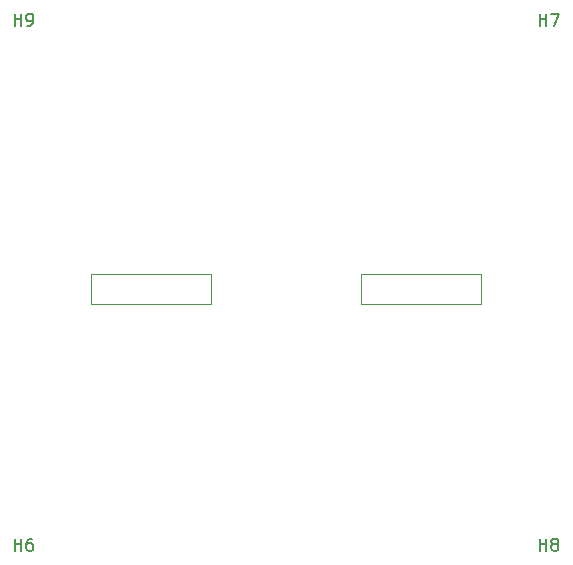
<source format=gbr>
%TF.GenerationSoftware,KiCad,Pcbnew,(5.99.0-12181-g5e8b23af64)*%
%TF.CreationDate,2021-09-04T21:12:43-05:00*%
%TF.ProjectId,banana-base-board,62616e61-6e61-42d6-9261-73652d626f61,rev?*%
%TF.SameCoordinates,Original*%
%TF.FileFunction,Legend,Top*%
%TF.FilePolarity,Positive*%
%FSLAX46Y46*%
G04 Gerber Fmt 4.6, Leading zero omitted, Abs format (unit mm)*
G04 Created by KiCad (PCBNEW (5.99.0-12181-g5e8b23af64)) date 2021-09-04 21:12:43*
%MOMM*%
%LPD*%
G01*
G04 APERTURE LIST*
%ADD10C,0.150000*%
%ADD11C,0.120000*%
G04 APERTURE END LIST*
D10*
%TO.C,H8*%
X157988095Y-101552380D02*
X157988095Y-100552380D01*
X157988095Y-101028571D02*
X158559523Y-101028571D01*
X158559523Y-101552380D02*
X158559523Y-100552380D01*
X159178571Y-100980952D02*
X159083333Y-100933333D01*
X159035714Y-100885714D01*
X158988095Y-100790476D01*
X158988095Y-100742857D01*
X159035714Y-100647619D01*
X159083333Y-100600000D01*
X159178571Y-100552380D01*
X159369047Y-100552380D01*
X159464285Y-100600000D01*
X159511904Y-100647619D01*
X159559523Y-100742857D01*
X159559523Y-100790476D01*
X159511904Y-100885714D01*
X159464285Y-100933333D01*
X159369047Y-100980952D01*
X159178571Y-100980952D01*
X159083333Y-101028571D01*
X159035714Y-101076190D01*
X158988095Y-101171428D01*
X158988095Y-101361904D01*
X159035714Y-101457142D01*
X159083333Y-101504761D01*
X159178571Y-101552380D01*
X159369047Y-101552380D01*
X159464285Y-101504761D01*
X159511904Y-101457142D01*
X159559523Y-101361904D01*
X159559523Y-101171428D01*
X159511904Y-101076190D01*
X159464285Y-101028571D01*
X159369047Y-100980952D01*
%TO.C,H7*%
X157988095Y-57102380D02*
X157988095Y-56102380D01*
X157988095Y-56578571D02*
X158559523Y-56578571D01*
X158559523Y-57102380D02*
X158559523Y-56102380D01*
X158940476Y-56102380D02*
X159607142Y-56102380D01*
X159178571Y-57102380D01*
%TO.C,H9*%
X113538095Y-57102380D02*
X113538095Y-56102380D01*
X113538095Y-56578571D02*
X114109523Y-56578571D01*
X114109523Y-57102380D02*
X114109523Y-56102380D01*
X114633333Y-57102380D02*
X114823809Y-57102380D01*
X114919047Y-57054761D01*
X114966666Y-57007142D01*
X115061904Y-56864285D01*
X115109523Y-56673809D01*
X115109523Y-56292857D01*
X115061904Y-56197619D01*
X115014285Y-56150000D01*
X114919047Y-56102380D01*
X114728571Y-56102380D01*
X114633333Y-56150000D01*
X114585714Y-56197619D01*
X114538095Y-56292857D01*
X114538095Y-56530952D01*
X114585714Y-56626190D01*
X114633333Y-56673809D01*
X114728571Y-56721428D01*
X114919047Y-56721428D01*
X115014285Y-56673809D01*
X115061904Y-56626190D01*
X115109523Y-56530952D01*
%TO.C,H6*%
X113538095Y-101552380D02*
X113538095Y-100552380D01*
X113538095Y-101028571D02*
X114109523Y-101028571D01*
X114109523Y-101552380D02*
X114109523Y-100552380D01*
X115014285Y-100552380D02*
X114823809Y-100552380D01*
X114728571Y-100600000D01*
X114680952Y-100647619D01*
X114585714Y-100790476D01*
X114538095Y-100980952D01*
X114538095Y-101361904D01*
X114585714Y-101457142D01*
X114633333Y-101504761D01*
X114728571Y-101552380D01*
X114919047Y-101552380D01*
X115014285Y-101504761D01*
X115061904Y-101457142D01*
X115109523Y-101361904D01*
X115109523Y-101123809D01*
X115061904Y-101028571D01*
X115014285Y-100980952D01*
X114919047Y-100933333D01*
X114728571Y-100933333D01*
X114633333Y-100980952D01*
X114585714Y-101028571D01*
X114538095Y-101123809D01*
D11*
%TO.C,REF\u002A\u002A*%
X142875000Y-80645000D02*
X142875000Y-78105000D01*
X153035000Y-80645000D02*
X142875000Y-80645000D01*
X142875000Y-78105000D02*
X153035000Y-78105000D01*
X153035000Y-78105000D02*
X153035000Y-80645000D01*
X120015000Y-78105000D02*
X130175000Y-78105000D01*
X130175000Y-78105000D02*
X130175000Y-80645000D01*
X120015000Y-80645000D02*
X120015000Y-78105000D01*
X130175000Y-80645000D02*
X120015000Y-80645000D01*
%TD*%
M02*

</source>
